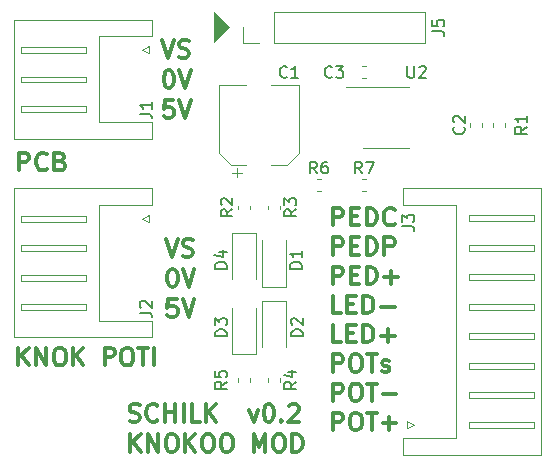
<source format=gbr>
G04 #@! TF.GenerationSoftware,KiCad,Pcbnew,(5.1.5)-3*
G04 #@! TF.CreationDate,2020-11-01T11:24:48+01:00*
G04 #@! TF.ProjectId,KnokooPedalCtrl,4b6e6f6b-6f6f-4506-9564-616c4374726c,v0.2*
G04 #@! TF.SameCoordinates,Original*
G04 #@! TF.FileFunction,Legend,Top*
G04 #@! TF.FilePolarity,Positive*
%FSLAX46Y46*%
G04 Gerber Fmt 4.6, Leading zero omitted, Abs format (unit mm)*
G04 Created by KiCad (PCBNEW (5.1.5)-3) date 2020-11-01 11:24:48*
%MOMM*%
%LPD*%
G04 APERTURE LIST*
%ADD10C,0.100000*%
%ADD11C,0.300000*%
%ADD12C,0.120000*%
%ADD13C,0.150000*%
G04 APERTURE END LIST*
D10*
G36*
X73660000Y-58420000D02*
G01*
X72390000Y-59690000D01*
X72390000Y-57150000D01*
X73660000Y-58420000D01*
G37*
X73660000Y-58420000D02*
X72390000Y-59690000D01*
X72390000Y-57150000D01*
X73660000Y-58420000D01*
D11*
X65250714Y-91724642D02*
X65465000Y-91796071D01*
X65822142Y-91796071D01*
X65965000Y-91724642D01*
X66036428Y-91653214D01*
X66107857Y-91510357D01*
X66107857Y-91367500D01*
X66036428Y-91224642D01*
X65965000Y-91153214D01*
X65822142Y-91081785D01*
X65536428Y-91010357D01*
X65393571Y-90938928D01*
X65322142Y-90867500D01*
X65250714Y-90724642D01*
X65250714Y-90581785D01*
X65322142Y-90438928D01*
X65393571Y-90367500D01*
X65536428Y-90296071D01*
X65893571Y-90296071D01*
X66107857Y-90367500D01*
X67607857Y-91653214D02*
X67536428Y-91724642D01*
X67322142Y-91796071D01*
X67179285Y-91796071D01*
X66965000Y-91724642D01*
X66822142Y-91581785D01*
X66750714Y-91438928D01*
X66679285Y-91153214D01*
X66679285Y-90938928D01*
X66750714Y-90653214D01*
X66822142Y-90510357D01*
X66965000Y-90367500D01*
X67179285Y-90296071D01*
X67322142Y-90296071D01*
X67536428Y-90367500D01*
X67607857Y-90438928D01*
X68250714Y-91796071D02*
X68250714Y-90296071D01*
X68250714Y-91010357D02*
X69107857Y-91010357D01*
X69107857Y-91796071D02*
X69107857Y-90296071D01*
X69822142Y-91796071D02*
X69822142Y-90296071D01*
X71250714Y-91796071D02*
X70536428Y-91796071D01*
X70536428Y-90296071D01*
X71750714Y-91796071D02*
X71750714Y-90296071D01*
X72607857Y-91796071D02*
X71965000Y-90938928D01*
X72607857Y-90296071D02*
X71750714Y-91153214D01*
X75393571Y-90796071D02*
X75750714Y-91796071D01*
X76107857Y-90796071D01*
X76965000Y-90296071D02*
X77107857Y-90296071D01*
X77250714Y-90367500D01*
X77322142Y-90438928D01*
X77393571Y-90581785D01*
X77465000Y-90867500D01*
X77465000Y-91224642D01*
X77393571Y-91510357D01*
X77322142Y-91653214D01*
X77250714Y-91724642D01*
X77107857Y-91796071D01*
X76965000Y-91796071D01*
X76822142Y-91724642D01*
X76750714Y-91653214D01*
X76679285Y-91510357D01*
X76607857Y-91224642D01*
X76607857Y-90867500D01*
X76679285Y-90581785D01*
X76750714Y-90438928D01*
X76822142Y-90367500D01*
X76965000Y-90296071D01*
X78107857Y-91653214D02*
X78179285Y-91724642D01*
X78107857Y-91796071D01*
X78036428Y-91724642D01*
X78107857Y-91653214D01*
X78107857Y-91796071D01*
X78750714Y-90438928D02*
X78822142Y-90367500D01*
X78965000Y-90296071D01*
X79322142Y-90296071D01*
X79465000Y-90367500D01*
X79536428Y-90438928D01*
X79607857Y-90581785D01*
X79607857Y-90724642D01*
X79536428Y-90938928D01*
X78679285Y-91796071D01*
X79607857Y-91796071D01*
X65322142Y-94346071D02*
X65322142Y-92846071D01*
X66179285Y-94346071D02*
X65536428Y-93488928D01*
X66179285Y-92846071D02*
X65322142Y-93703214D01*
X66822142Y-94346071D02*
X66822142Y-92846071D01*
X67679285Y-94346071D01*
X67679285Y-92846071D01*
X68679285Y-92846071D02*
X68965000Y-92846071D01*
X69107857Y-92917500D01*
X69250714Y-93060357D01*
X69322142Y-93346071D01*
X69322142Y-93846071D01*
X69250714Y-94131785D01*
X69107857Y-94274642D01*
X68965000Y-94346071D01*
X68679285Y-94346071D01*
X68536428Y-94274642D01*
X68393571Y-94131785D01*
X68322142Y-93846071D01*
X68322142Y-93346071D01*
X68393571Y-93060357D01*
X68536428Y-92917500D01*
X68679285Y-92846071D01*
X69965000Y-94346071D02*
X69965000Y-92846071D01*
X70822142Y-94346071D02*
X70179285Y-93488928D01*
X70822142Y-92846071D02*
X69965000Y-93703214D01*
X71750714Y-92846071D02*
X72036428Y-92846071D01*
X72179285Y-92917500D01*
X72322142Y-93060357D01*
X72393571Y-93346071D01*
X72393571Y-93846071D01*
X72322142Y-94131785D01*
X72179285Y-94274642D01*
X72036428Y-94346071D01*
X71750714Y-94346071D01*
X71607857Y-94274642D01*
X71465000Y-94131785D01*
X71393571Y-93846071D01*
X71393571Y-93346071D01*
X71465000Y-93060357D01*
X71607857Y-92917500D01*
X71750714Y-92846071D01*
X73322142Y-92846071D02*
X73607857Y-92846071D01*
X73750714Y-92917500D01*
X73893571Y-93060357D01*
X73965000Y-93346071D01*
X73965000Y-93846071D01*
X73893571Y-94131785D01*
X73750714Y-94274642D01*
X73607857Y-94346071D01*
X73322142Y-94346071D01*
X73179285Y-94274642D01*
X73036428Y-94131785D01*
X72965000Y-93846071D01*
X72965000Y-93346071D01*
X73036428Y-93060357D01*
X73179285Y-92917500D01*
X73322142Y-92846071D01*
X75750714Y-94346071D02*
X75750714Y-92846071D01*
X76250714Y-93917500D01*
X76750714Y-92846071D01*
X76750714Y-94346071D01*
X77750714Y-92846071D02*
X78036428Y-92846071D01*
X78179285Y-92917500D01*
X78322142Y-93060357D01*
X78393571Y-93346071D01*
X78393571Y-93846071D01*
X78322142Y-94131785D01*
X78179285Y-94274642D01*
X78036428Y-94346071D01*
X77750714Y-94346071D01*
X77607857Y-94274642D01*
X77465000Y-94131785D01*
X77393571Y-93846071D01*
X77393571Y-93346071D01*
X77465000Y-93060357D01*
X77607857Y-92917500D01*
X77750714Y-92846071D01*
X79036428Y-94346071D02*
X79036428Y-92846071D01*
X79393571Y-92846071D01*
X79607857Y-92917500D01*
X79750714Y-93060357D01*
X79822142Y-93203214D01*
X79893571Y-93488928D01*
X79893571Y-93703214D01*
X79822142Y-93988928D01*
X79750714Y-94131785D01*
X79607857Y-94274642D01*
X79393571Y-94346071D01*
X79036428Y-94346071D01*
X68318214Y-76321071D02*
X68818214Y-77821071D01*
X69318214Y-76321071D01*
X69746785Y-77749642D02*
X69961071Y-77821071D01*
X70318214Y-77821071D01*
X70461071Y-77749642D01*
X70532500Y-77678214D01*
X70603928Y-77535357D01*
X70603928Y-77392500D01*
X70532500Y-77249642D01*
X70461071Y-77178214D01*
X70318214Y-77106785D01*
X70032500Y-77035357D01*
X69889642Y-76963928D01*
X69818214Y-76892500D01*
X69746785Y-76749642D01*
X69746785Y-76606785D01*
X69818214Y-76463928D01*
X69889642Y-76392500D01*
X70032500Y-76321071D01*
X70389642Y-76321071D01*
X70603928Y-76392500D01*
X68818214Y-78871071D02*
X68961071Y-78871071D01*
X69103928Y-78942500D01*
X69175357Y-79013928D01*
X69246785Y-79156785D01*
X69318214Y-79442500D01*
X69318214Y-79799642D01*
X69246785Y-80085357D01*
X69175357Y-80228214D01*
X69103928Y-80299642D01*
X68961071Y-80371071D01*
X68818214Y-80371071D01*
X68675357Y-80299642D01*
X68603928Y-80228214D01*
X68532500Y-80085357D01*
X68461071Y-79799642D01*
X68461071Y-79442500D01*
X68532500Y-79156785D01*
X68603928Y-79013928D01*
X68675357Y-78942500D01*
X68818214Y-78871071D01*
X69746785Y-78871071D02*
X70246785Y-80371071D01*
X70746785Y-78871071D01*
X69246785Y-81421071D02*
X68532500Y-81421071D01*
X68461071Y-82135357D01*
X68532500Y-82063928D01*
X68675357Y-81992500D01*
X69032500Y-81992500D01*
X69175357Y-82063928D01*
X69246785Y-82135357D01*
X69318214Y-82278214D01*
X69318214Y-82635357D01*
X69246785Y-82778214D01*
X69175357Y-82849642D01*
X69032500Y-82921071D01*
X68675357Y-82921071D01*
X68532500Y-82849642D01*
X68461071Y-82778214D01*
X69746785Y-81421071D02*
X70246785Y-82921071D01*
X70746785Y-81421071D01*
X55845000Y-87038571D02*
X55845000Y-85538571D01*
X56702142Y-87038571D02*
X56059285Y-86181428D01*
X56702142Y-85538571D02*
X55845000Y-86395714D01*
X57345000Y-87038571D02*
X57345000Y-85538571D01*
X58202142Y-87038571D01*
X58202142Y-85538571D01*
X59202142Y-85538571D02*
X59487857Y-85538571D01*
X59630714Y-85610000D01*
X59773571Y-85752857D01*
X59845000Y-86038571D01*
X59845000Y-86538571D01*
X59773571Y-86824285D01*
X59630714Y-86967142D01*
X59487857Y-87038571D01*
X59202142Y-87038571D01*
X59059285Y-86967142D01*
X58916428Y-86824285D01*
X58845000Y-86538571D01*
X58845000Y-86038571D01*
X58916428Y-85752857D01*
X59059285Y-85610000D01*
X59202142Y-85538571D01*
X60487857Y-87038571D02*
X60487857Y-85538571D01*
X61345000Y-87038571D02*
X60702142Y-86181428D01*
X61345000Y-85538571D02*
X60487857Y-86395714D01*
X63130714Y-87038571D02*
X63130714Y-85538571D01*
X63702142Y-85538571D01*
X63845000Y-85610000D01*
X63916428Y-85681428D01*
X63987857Y-85824285D01*
X63987857Y-86038571D01*
X63916428Y-86181428D01*
X63845000Y-86252857D01*
X63702142Y-86324285D01*
X63130714Y-86324285D01*
X64916428Y-85538571D02*
X65202142Y-85538571D01*
X65345000Y-85610000D01*
X65487857Y-85752857D01*
X65559285Y-86038571D01*
X65559285Y-86538571D01*
X65487857Y-86824285D01*
X65345000Y-86967142D01*
X65202142Y-87038571D01*
X64916428Y-87038571D01*
X64773571Y-86967142D01*
X64630714Y-86824285D01*
X64559285Y-86538571D01*
X64559285Y-86038571D01*
X64630714Y-85752857D01*
X64773571Y-85610000D01*
X64916428Y-85538571D01*
X65987857Y-85538571D02*
X66845000Y-85538571D01*
X66416428Y-87038571D02*
X66416428Y-85538571D01*
X67345000Y-87038571D02*
X67345000Y-85538571D01*
X55892142Y-70528571D02*
X55892142Y-69028571D01*
X56463571Y-69028571D01*
X56606428Y-69100000D01*
X56677857Y-69171428D01*
X56749285Y-69314285D01*
X56749285Y-69528571D01*
X56677857Y-69671428D01*
X56606428Y-69742857D01*
X56463571Y-69814285D01*
X55892142Y-69814285D01*
X58249285Y-70385714D02*
X58177857Y-70457142D01*
X57963571Y-70528571D01*
X57820714Y-70528571D01*
X57606428Y-70457142D01*
X57463571Y-70314285D01*
X57392142Y-70171428D01*
X57320714Y-69885714D01*
X57320714Y-69671428D01*
X57392142Y-69385714D01*
X57463571Y-69242857D01*
X57606428Y-69100000D01*
X57820714Y-69028571D01*
X57963571Y-69028571D01*
X58177857Y-69100000D01*
X58249285Y-69171428D01*
X59392142Y-69742857D02*
X59606428Y-69814285D01*
X59677857Y-69885714D01*
X59749285Y-70028571D01*
X59749285Y-70242857D01*
X59677857Y-70385714D01*
X59606428Y-70457142D01*
X59463571Y-70528571D01*
X58892142Y-70528571D01*
X58892142Y-69028571D01*
X59392142Y-69028571D01*
X59535000Y-69100000D01*
X59606428Y-69171428D01*
X59677857Y-69314285D01*
X59677857Y-69457142D01*
X59606428Y-69600000D01*
X59535000Y-69671428D01*
X59392142Y-69742857D01*
X58892142Y-69742857D01*
X68000714Y-59488571D02*
X68500714Y-60988571D01*
X69000714Y-59488571D01*
X69429285Y-60917142D02*
X69643571Y-60988571D01*
X70000714Y-60988571D01*
X70143571Y-60917142D01*
X70215000Y-60845714D01*
X70286428Y-60702857D01*
X70286428Y-60560000D01*
X70215000Y-60417142D01*
X70143571Y-60345714D01*
X70000714Y-60274285D01*
X69715000Y-60202857D01*
X69572142Y-60131428D01*
X69500714Y-60060000D01*
X69429285Y-59917142D01*
X69429285Y-59774285D01*
X69500714Y-59631428D01*
X69572142Y-59560000D01*
X69715000Y-59488571D01*
X70072142Y-59488571D01*
X70286428Y-59560000D01*
X68500714Y-62038571D02*
X68643571Y-62038571D01*
X68786428Y-62110000D01*
X68857857Y-62181428D01*
X68929285Y-62324285D01*
X69000714Y-62610000D01*
X69000714Y-62967142D01*
X68929285Y-63252857D01*
X68857857Y-63395714D01*
X68786428Y-63467142D01*
X68643571Y-63538571D01*
X68500714Y-63538571D01*
X68357857Y-63467142D01*
X68286428Y-63395714D01*
X68215000Y-63252857D01*
X68143571Y-62967142D01*
X68143571Y-62610000D01*
X68215000Y-62324285D01*
X68286428Y-62181428D01*
X68357857Y-62110000D01*
X68500714Y-62038571D01*
X69429285Y-62038571D02*
X69929285Y-63538571D01*
X70429285Y-62038571D01*
X68929285Y-64588571D02*
X68215000Y-64588571D01*
X68143571Y-65302857D01*
X68215000Y-65231428D01*
X68357857Y-65160000D01*
X68715000Y-65160000D01*
X68857857Y-65231428D01*
X68929285Y-65302857D01*
X69000714Y-65445714D01*
X69000714Y-65802857D01*
X68929285Y-65945714D01*
X68857857Y-66017142D01*
X68715000Y-66088571D01*
X68357857Y-66088571D01*
X68215000Y-66017142D01*
X68143571Y-65945714D01*
X69429285Y-64588571D02*
X69929285Y-66088571D01*
X70429285Y-64588571D01*
X82467142Y-75178452D02*
X82467142Y-73728452D01*
X83038571Y-73728452D01*
X83181428Y-73797500D01*
X83252857Y-73866547D01*
X83324285Y-74004642D01*
X83324285Y-74211785D01*
X83252857Y-74349880D01*
X83181428Y-74418928D01*
X83038571Y-74487976D01*
X82467142Y-74487976D01*
X83967142Y-74418928D02*
X84467142Y-74418928D01*
X84681428Y-75178452D02*
X83967142Y-75178452D01*
X83967142Y-73728452D01*
X84681428Y-73728452D01*
X85324285Y-75178452D02*
X85324285Y-73728452D01*
X85681428Y-73728452D01*
X85895714Y-73797500D01*
X86038571Y-73935595D01*
X86110000Y-74073690D01*
X86181428Y-74349880D01*
X86181428Y-74557023D01*
X86110000Y-74833214D01*
X86038571Y-74971309D01*
X85895714Y-75109404D01*
X85681428Y-75178452D01*
X85324285Y-75178452D01*
X87681428Y-75040357D02*
X87610000Y-75109404D01*
X87395714Y-75178452D01*
X87252857Y-75178452D01*
X87038571Y-75109404D01*
X86895714Y-74971309D01*
X86824285Y-74833214D01*
X86752857Y-74557023D01*
X86752857Y-74349880D01*
X86824285Y-74073690D01*
X86895714Y-73935595D01*
X87038571Y-73797500D01*
X87252857Y-73728452D01*
X87395714Y-73728452D01*
X87610000Y-73797500D01*
X87681428Y-73866547D01*
X82467142Y-77653452D02*
X82467142Y-76203452D01*
X83038571Y-76203452D01*
X83181428Y-76272500D01*
X83252857Y-76341547D01*
X83324285Y-76479642D01*
X83324285Y-76686785D01*
X83252857Y-76824880D01*
X83181428Y-76893928D01*
X83038571Y-76962976D01*
X82467142Y-76962976D01*
X83967142Y-76893928D02*
X84467142Y-76893928D01*
X84681428Y-77653452D02*
X83967142Y-77653452D01*
X83967142Y-76203452D01*
X84681428Y-76203452D01*
X85324285Y-77653452D02*
X85324285Y-76203452D01*
X85681428Y-76203452D01*
X85895714Y-76272500D01*
X86038571Y-76410595D01*
X86110000Y-76548690D01*
X86181428Y-76824880D01*
X86181428Y-77032023D01*
X86110000Y-77308214D01*
X86038571Y-77446309D01*
X85895714Y-77584404D01*
X85681428Y-77653452D01*
X85324285Y-77653452D01*
X86824285Y-77653452D02*
X86824285Y-76203452D01*
X87395714Y-76203452D01*
X87538571Y-76272500D01*
X87610000Y-76341547D01*
X87681428Y-76479642D01*
X87681428Y-76686785D01*
X87610000Y-76824880D01*
X87538571Y-76893928D01*
X87395714Y-76962976D01*
X86824285Y-76962976D01*
X82467142Y-80128452D02*
X82467142Y-78678452D01*
X83038571Y-78678452D01*
X83181428Y-78747500D01*
X83252857Y-78816547D01*
X83324285Y-78954642D01*
X83324285Y-79161785D01*
X83252857Y-79299880D01*
X83181428Y-79368928D01*
X83038571Y-79437976D01*
X82467142Y-79437976D01*
X83967142Y-79368928D02*
X84467142Y-79368928D01*
X84681428Y-80128452D02*
X83967142Y-80128452D01*
X83967142Y-78678452D01*
X84681428Y-78678452D01*
X85324285Y-80128452D02*
X85324285Y-78678452D01*
X85681428Y-78678452D01*
X85895714Y-78747500D01*
X86038571Y-78885595D01*
X86110000Y-79023690D01*
X86181428Y-79299880D01*
X86181428Y-79507023D01*
X86110000Y-79783214D01*
X86038571Y-79921309D01*
X85895714Y-80059404D01*
X85681428Y-80128452D01*
X85324285Y-80128452D01*
X86824285Y-79576071D02*
X87967142Y-79576071D01*
X87395714Y-80128452D02*
X87395714Y-79023690D01*
X83181428Y-82603452D02*
X82467142Y-82603452D01*
X82467142Y-81153452D01*
X83681428Y-81843928D02*
X84181428Y-81843928D01*
X84395714Y-82603452D02*
X83681428Y-82603452D01*
X83681428Y-81153452D01*
X84395714Y-81153452D01*
X85038571Y-82603452D02*
X85038571Y-81153452D01*
X85395714Y-81153452D01*
X85610000Y-81222500D01*
X85752857Y-81360595D01*
X85824285Y-81498690D01*
X85895714Y-81774880D01*
X85895714Y-81982023D01*
X85824285Y-82258214D01*
X85752857Y-82396309D01*
X85610000Y-82534404D01*
X85395714Y-82603452D01*
X85038571Y-82603452D01*
X86538571Y-82051071D02*
X87681428Y-82051071D01*
X83181428Y-85078452D02*
X82467142Y-85078452D01*
X82467142Y-83628452D01*
X83681428Y-84318928D02*
X84181428Y-84318928D01*
X84395714Y-85078452D02*
X83681428Y-85078452D01*
X83681428Y-83628452D01*
X84395714Y-83628452D01*
X85038571Y-85078452D02*
X85038571Y-83628452D01*
X85395714Y-83628452D01*
X85610000Y-83697500D01*
X85752857Y-83835595D01*
X85824285Y-83973690D01*
X85895714Y-84249880D01*
X85895714Y-84457023D01*
X85824285Y-84733214D01*
X85752857Y-84871309D01*
X85610000Y-85009404D01*
X85395714Y-85078452D01*
X85038571Y-85078452D01*
X86538571Y-84526071D02*
X87681428Y-84526071D01*
X87110000Y-85078452D02*
X87110000Y-83973690D01*
X82467142Y-87553452D02*
X82467142Y-86103452D01*
X83038571Y-86103452D01*
X83181428Y-86172500D01*
X83252857Y-86241547D01*
X83324285Y-86379642D01*
X83324285Y-86586785D01*
X83252857Y-86724880D01*
X83181428Y-86793928D01*
X83038571Y-86862976D01*
X82467142Y-86862976D01*
X84252857Y-86103452D02*
X84538571Y-86103452D01*
X84681428Y-86172500D01*
X84824285Y-86310595D01*
X84895714Y-86586785D01*
X84895714Y-87070119D01*
X84824285Y-87346309D01*
X84681428Y-87484404D01*
X84538571Y-87553452D01*
X84252857Y-87553452D01*
X84110000Y-87484404D01*
X83967142Y-87346309D01*
X83895714Y-87070119D01*
X83895714Y-86586785D01*
X83967142Y-86310595D01*
X84110000Y-86172500D01*
X84252857Y-86103452D01*
X85324285Y-86103452D02*
X86181428Y-86103452D01*
X85752857Y-87553452D02*
X85752857Y-86103452D01*
X86610000Y-87484404D02*
X86752857Y-87553452D01*
X87038571Y-87553452D01*
X87181428Y-87484404D01*
X87252857Y-87346309D01*
X87252857Y-87277261D01*
X87181428Y-87139166D01*
X87038571Y-87070119D01*
X86824285Y-87070119D01*
X86681428Y-87001071D01*
X86610000Y-86862976D01*
X86610000Y-86793928D01*
X86681428Y-86655833D01*
X86824285Y-86586785D01*
X87038571Y-86586785D01*
X87181428Y-86655833D01*
X82467142Y-90028452D02*
X82467142Y-88578452D01*
X83038571Y-88578452D01*
X83181428Y-88647500D01*
X83252857Y-88716547D01*
X83324285Y-88854642D01*
X83324285Y-89061785D01*
X83252857Y-89199880D01*
X83181428Y-89268928D01*
X83038571Y-89337976D01*
X82467142Y-89337976D01*
X84252857Y-88578452D02*
X84538571Y-88578452D01*
X84681428Y-88647500D01*
X84824285Y-88785595D01*
X84895714Y-89061785D01*
X84895714Y-89545119D01*
X84824285Y-89821309D01*
X84681428Y-89959404D01*
X84538571Y-90028452D01*
X84252857Y-90028452D01*
X84110000Y-89959404D01*
X83967142Y-89821309D01*
X83895714Y-89545119D01*
X83895714Y-89061785D01*
X83967142Y-88785595D01*
X84110000Y-88647500D01*
X84252857Y-88578452D01*
X85324285Y-88578452D02*
X86181428Y-88578452D01*
X85752857Y-90028452D02*
X85752857Y-88578452D01*
X86681428Y-89476071D02*
X87824285Y-89476071D01*
X82467142Y-92503452D02*
X82467142Y-91053452D01*
X83038571Y-91053452D01*
X83181428Y-91122500D01*
X83252857Y-91191547D01*
X83324285Y-91329642D01*
X83324285Y-91536785D01*
X83252857Y-91674880D01*
X83181428Y-91743928D01*
X83038571Y-91812976D01*
X82467142Y-91812976D01*
X84252857Y-91053452D02*
X84538571Y-91053452D01*
X84681428Y-91122500D01*
X84824285Y-91260595D01*
X84895714Y-91536785D01*
X84895714Y-92020119D01*
X84824285Y-92296309D01*
X84681428Y-92434404D01*
X84538571Y-92503452D01*
X84252857Y-92503452D01*
X84110000Y-92434404D01*
X83967142Y-92296309D01*
X83895714Y-92020119D01*
X83895714Y-91536785D01*
X83967142Y-91260595D01*
X84110000Y-91122500D01*
X84252857Y-91053452D01*
X85324285Y-91053452D02*
X86181428Y-91053452D01*
X85752857Y-92503452D02*
X85752857Y-91053452D01*
X86681428Y-91951071D02*
X87824285Y-91951071D01*
X87252857Y-92503452D02*
X87252857Y-91398690D01*
D12*
X84927221Y-72265000D02*
X85252779Y-72265000D01*
X84927221Y-71245000D02*
X85252779Y-71245000D01*
X81117221Y-72265000D02*
X81442779Y-72265000D01*
X81117221Y-71245000D02*
X81442779Y-71245000D01*
X66870000Y-74912500D02*
X66270000Y-74612500D01*
X66870000Y-74312500D02*
X66870000Y-74912500D01*
X66270000Y-74612500D02*
X66870000Y-74312500D01*
X61570000Y-82362500D02*
X61570000Y-81862500D01*
X56070000Y-82362500D02*
X61570000Y-82362500D01*
X56070000Y-81862500D02*
X56070000Y-82362500D01*
X61570000Y-81862500D02*
X56070000Y-81862500D01*
X61570000Y-79862500D02*
X61570000Y-79362500D01*
X56070000Y-79862500D02*
X61570000Y-79862500D01*
X56070000Y-79362500D02*
X56070000Y-79862500D01*
X61570000Y-79362500D02*
X56070000Y-79362500D01*
X61570000Y-77362500D02*
X61570000Y-76862500D01*
X56070000Y-77362500D02*
X61570000Y-77362500D01*
X56070000Y-76862500D02*
X56070000Y-77362500D01*
X61570000Y-76862500D02*
X56070000Y-76862500D01*
X61570000Y-74862500D02*
X61570000Y-74362500D01*
X56070000Y-74862500D02*
X61570000Y-74862500D01*
X56070000Y-74362500D02*
X56070000Y-74862500D01*
X61570000Y-74362500D02*
X56070000Y-74362500D01*
X62680000Y-83252500D02*
X62680000Y-78362500D01*
X67180000Y-83252500D02*
X62680000Y-83252500D01*
X67180000Y-84672500D02*
X67180000Y-83252500D01*
X55460000Y-84672500D02*
X67180000Y-84672500D01*
X55460000Y-78362500D02*
X55460000Y-84672500D01*
X62680000Y-73472500D02*
X62680000Y-78362500D01*
X67180000Y-73472500D02*
X62680000Y-73472500D01*
X67180000Y-72052500D02*
X67180000Y-73472500D01*
X55460000Y-72052500D02*
X67180000Y-72052500D01*
X55460000Y-78362500D02*
X55460000Y-72052500D01*
X86995000Y-63480000D02*
X83545000Y-63480000D01*
X86995000Y-63480000D02*
X88945000Y-63480000D01*
X86995000Y-68600000D02*
X85045000Y-68600000D01*
X86995000Y-68600000D02*
X88945000Y-68600000D01*
X75440000Y-88427779D02*
X75440000Y-88102221D01*
X74420000Y-88427779D02*
X74420000Y-88102221D01*
X76960000Y-88102221D02*
X76960000Y-88427779D01*
X77980000Y-88102221D02*
X77980000Y-88427779D01*
X76960000Y-73497221D02*
X76960000Y-73822779D01*
X77980000Y-73497221D02*
X77980000Y-73822779D01*
X75440000Y-73822779D02*
X75440000Y-73497221D01*
X74420000Y-73822779D02*
X74420000Y-73497221D01*
X97030000Y-66837779D02*
X97030000Y-66512221D01*
X96010000Y-66837779D02*
X96010000Y-66512221D01*
X74870000Y-59750000D02*
X74870000Y-58420000D01*
X76200000Y-59750000D02*
X74870000Y-59750000D01*
X77470000Y-59750000D02*
X77470000Y-57090000D01*
X77470000Y-57090000D02*
X90230000Y-57090000D01*
X77470000Y-59750000D02*
X90230000Y-59750000D01*
X90230000Y-59750000D02*
X90230000Y-57090000D01*
X88705000Y-91775000D02*
X89305000Y-92075000D01*
X88705000Y-92375000D02*
X88705000Y-91775000D01*
X89305000Y-92075000D02*
X88705000Y-92375000D01*
X94005000Y-74325000D02*
X94005000Y-74825000D01*
X99505000Y-74325000D02*
X94005000Y-74325000D01*
X99505000Y-74825000D02*
X99505000Y-74325000D01*
X94005000Y-74825000D02*
X99505000Y-74825000D01*
X94005000Y-76825000D02*
X94005000Y-77325000D01*
X99505000Y-76825000D02*
X94005000Y-76825000D01*
X99505000Y-77325000D02*
X99505000Y-76825000D01*
X94005000Y-77325000D02*
X99505000Y-77325000D01*
X94005000Y-79325000D02*
X94005000Y-79825000D01*
X99505000Y-79325000D02*
X94005000Y-79325000D01*
X99505000Y-79825000D02*
X99505000Y-79325000D01*
X94005000Y-79825000D02*
X99505000Y-79825000D01*
X94005000Y-81825000D02*
X94005000Y-82325000D01*
X99505000Y-81825000D02*
X94005000Y-81825000D01*
X99505000Y-82325000D02*
X99505000Y-81825000D01*
X94005000Y-82325000D02*
X99505000Y-82325000D01*
X94005000Y-84325000D02*
X94005000Y-84825000D01*
X99505000Y-84325000D02*
X94005000Y-84325000D01*
X99505000Y-84825000D02*
X99505000Y-84325000D01*
X94005000Y-84825000D02*
X99505000Y-84825000D01*
X94005000Y-86825000D02*
X94005000Y-87325000D01*
X99505000Y-86825000D02*
X94005000Y-86825000D01*
X99505000Y-87325000D02*
X99505000Y-86825000D01*
X94005000Y-87325000D02*
X99505000Y-87325000D01*
X94005000Y-89325000D02*
X94005000Y-89825000D01*
X99505000Y-89325000D02*
X94005000Y-89325000D01*
X99505000Y-89825000D02*
X99505000Y-89325000D01*
X94005000Y-89825000D02*
X99505000Y-89825000D01*
X94005000Y-91825000D02*
X94005000Y-92325000D01*
X99505000Y-91825000D02*
X94005000Y-91825000D01*
X99505000Y-92325000D02*
X99505000Y-91825000D01*
X94005000Y-92325000D02*
X99505000Y-92325000D01*
X92895000Y-73435000D02*
X92895000Y-83325000D01*
X88395000Y-73435000D02*
X92895000Y-73435000D01*
X88395000Y-72015000D02*
X88395000Y-73435000D01*
X100115000Y-72015000D02*
X88395000Y-72015000D01*
X100115000Y-83325000D02*
X100115000Y-72015000D01*
X92895000Y-93215000D02*
X92895000Y-83325000D01*
X88395000Y-93215000D02*
X92895000Y-93215000D01*
X88395000Y-94635000D02*
X88395000Y-93215000D01*
X100115000Y-94635000D02*
X88395000Y-94635000D01*
X100115000Y-83325000D02*
X100115000Y-94635000D01*
X66870000Y-60625000D02*
X66270000Y-60325000D01*
X66870000Y-60025000D02*
X66870000Y-60625000D01*
X66270000Y-60325000D02*
X66870000Y-60025000D01*
X61570000Y-65575000D02*
X61570000Y-65075000D01*
X56070000Y-65575000D02*
X61570000Y-65575000D01*
X56070000Y-65075000D02*
X56070000Y-65575000D01*
X61570000Y-65075000D02*
X56070000Y-65075000D01*
X61570000Y-63075000D02*
X61570000Y-62575000D01*
X56070000Y-63075000D02*
X61570000Y-63075000D01*
X56070000Y-62575000D02*
X56070000Y-63075000D01*
X61570000Y-62575000D02*
X56070000Y-62575000D01*
X61570000Y-60575000D02*
X61570000Y-60075000D01*
X56070000Y-60575000D02*
X61570000Y-60575000D01*
X56070000Y-60075000D02*
X56070000Y-60575000D01*
X61570000Y-60075000D02*
X56070000Y-60075000D01*
X62680000Y-66465000D02*
X62680000Y-62825000D01*
X67180000Y-66465000D02*
X62680000Y-66465000D01*
X67180000Y-67885000D02*
X67180000Y-66465000D01*
X55460000Y-67885000D02*
X67180000Y-67885000D01*
X55460000Y-62825000D02*
X55460000Y-67885000D01*
X62680000Y-59185000D02*
X62680000Y-62825000D01*
X67180000Y-59185000D02*
X62680000Y-59185000D01*
X67180000Y-57765000D02*
X67180000Y-59185000D01*
X55460000Y-57765000D02*
X67180000Y-57765000D01*
X55460000Y-62825000D02*
X55460000Y-57765000D01*
X75930000Y-75855000D02*
X75930000Y-79755000D01*
X73930000Y-75855000D02*
X73930000Y-79755000D01*
X75930000Y-75855000D02*
X73930000Y-75855000D01*
X73930000Y-86070000D02*
X73930000Y-82170000D01*
X75930000Y-86070000D02*
X75930000Y-82170000D01*
X73930000Y-86070000D02*
X75930000Y-86070000D01*
X78470000Y-81570000D02*
X78470000Y-85470000D01*
X76470000Y-81570000D02*
X76470000Y-85470000D01*
X78470000Y-81570000D02*
X76470000Y-81570000D01*
X76470000Y-80355000D02*
X76470000Y-76455000D01*
X78470000Y-80355000D02*
X78470000Y-76455000D01*
X76470000Y-80355000D02*
X78470000Y-80355000D01*
X84927221Y-62740000D02*
X85252779Y-62740000D01*
X84927221Y-61720000D02*
X85252779Y-61720000D01*
X95125000Y-66837779D02*
X95125000Y-66512221D01*
X94105000Y-66837779D02*
X94105000Y-66512221D01*
X73958750Y-70718750D02*
X74746250Y-70718750D01*
X74352500Y-71112500D02*
X74352500Y-70325000D01*
X78545563Y-70085000D02*
X79610000Y-69020563D01*
X73854437Y-70085000D02*
X72790000Y-69020563D01*
X73854437Y-70085000D02*
X75140000Y-70085000D01*
X78545563Y-70085000D02*
X77260000Y-70085000D01*
X79610000Y-69020563D02*
X79610000Y-63265000D01*
X72790000Y-69020563D02*
X72790000Y-63265000D01*
X72790000Y-63265000D02*
X75140000Y-63265000D01*
X79610000Y-63265000D02*
X77260000Y-63265000D01*
D13*
X84923333Y-70777380D02*
X84590000Y-70301190D01*
X84351904Y-70777380D02*
X84351904Y-69777380D01*
X84732857Y-69777380D01*
X84828095Y-69825000D01*
X84875714Y-69872619D01*
X84923333Y-69967857D01*
X84923333Y-70110714D01*
X84875714Y-70205952D01*
X84828095Y-70253571D01*
X84732857Y-70301190D01*
X84351904Y-70301190D01*
X85256666Y-69777380D02*
X85923333Y-69777380D01*
X85494761Y-70777380D01*
X81113333Y-70777380D02*
X80780000Y-70301190D01*
X80541904Y-70777380D02*
X80541904Y-69777380D01*
X80922857Y-69777380D01*
X81018095Y-69825000D01*
X81065714Y-69872619D01*
X81113333Y-69967857D01*
X81113333Y-70110714D01*
X81065714Y-70205952D01*
X81018095Y-70253571D01*
X80922857Y-70301190D01*
X80541904Y-70301190D01*
X81970476Y-69777380D02*
X81780000Y-69777380D01*
X81684761Y-69825000D01*
X81637142Y-69872619D01*
X81541904Y-70015476D01*
X81494285Y-70205952D01*
X81494285Y-70586904D01*
X81541904Y-70682142D01*
X81589523Y-70729761D01*
X81684761Y-70777380D01*
X81875238Y-70777380D01*
X81970476Y-70729761D01*
X82018095Y-70682142D01*
X82065714Y-70586904D01*
X82065714Y-70348809D01*
X82018095Y-70253571D01*
X81970476Y-70205952D01*
X81875238Y-70158333D01*
X81684761Y-70158333D01*
X81589523Y-70205952D01*
X81541904Y-70253571D01*
X81494285Y-70348809D01*
X66127380Y-82565833D02*
X66841666Y-82565833D01*
X66984523Y-82613452D01*
X67079761Y-82708690D01*
X67127380Y-82851547D01*
X67127380Y-82946785D01*
X66222619Y-82137261D02*
X66175000Y-82089642D01*
X66127380Y-81994404D01*
X66127380Y-81756309D01*
X66175000Y-81661071D01*
X66222619Y-81613452D01*
X66317857Y-81565833D01*
X66413095Y-81565833D01*
X66555952Y-81613452D01*
X67127380Y-82184880D01*
X67127380Y-81565833D01*
X88773095Y-61682380D02*
X88773095Y-62491904D01*
X88820714Y-62587142D01*
X88868333Y-62634761D01*
X88963571Y-62682380D01*
X89154047Y-62682380D01*
X89249285Y-62634761D01*
X89296904Y-62587142D01*
X89344523Y-62491904D01*
X89344523Y-61682380D01*
X89773095Y-61777619D02*
X89820714Y-61730000D01*
X89915952Y-61682380D01*
X90154047Y-61682380D01*
X90249285Y-61730000D01*
X90296904Y-61777619D01*
X90344523Y-61872857D01*
X90344523Y-61968095D01*
X90296904Y-62110952D01*
X89725476Y-62682380D01*
X90344523Y-62682380D01*
X73477380Y-88431666D02*
X73001190Y-88765000D01*
X73477380Y-89003095D02*
X72477380Y-89003095D01*
X72477380Y-88622142D01*
X72525000Y-88526904D01*
X72572619Y-88479285D01*
X72667857Y-88431666D01*
X72810714Y-88431666D01*
X72905952Y-88479285D01*
X72953571Y-88526904D01*
X73001190Y-88622142D01*
X73001190Y-89003095D01*
X72477380Y-87526904D02*
X72477380Y-88003095D01*
X72953571Y-88050714D01*
X72905952Y-88003095D01*
X72858333Y-87907857D01*
X72858333Y-87669761D01*
X72905952Y-87574523D01*
X72953571Y-87526904D01*
X73048809Y-87479285D01*
X73286904Y-87479285D01*
X73382142Y-87526904D01*
X73429761Y-87574523D01*
X73477380Y-87669761D01*
X73477380Y-87907857D01*
X73429761Y-88003095D01*
X73382142Y-88050714D01*
X79352380Y-88431666D02*
X78876190Y-88765000D01*
X79352380Y-89003095D02*
X78352380Y-89003095D01*
X78352380Y-88622142D01*
X78400000Y-88526904D01*
X78447619Y-88479285D01*
X78542857Y-88431666D01*
X78685714Y-88431666D01*
X78780952Y-88479285D01*
X78828571Y-88526904D01*
X78876190Y-88622142D01*
X78876190Y-89003095D01*
X78685714Y-87574523D02*
X79352380Y-87574523D01*
X78304761Y-87812619D02*
X79019047Y-88050714D01*
X79019047Y-87431666D01*
X79352380Y-73826666D02*
X78876190Y-74160000D01*
X79352380Y-74398095D02*
X78352380Y-74398095D01*
X78352380Y-74017142D01*
X78400000Y-73921904D01*
X78447619Y-73874285D01*
X78542857Y-73826666D01*
X78685714Y-73826666D01*
X78780952Y-73874285D01*
X78828571Y-73921904D01*
X78876190Y-74017142D01*
X78876190Y-74398095D01*
X78352380Y-73493333D02*
X78352380Y-72874285D01*
X78733333Y-73207619D01*
X78733333Y-73064761D01*
X78780952Y-72969523D01*
X78828571Y-72921904D01*
X78923809Y-72874285D01*
X79161904Y-72874285D01*
X79257142Y-72921904D01*
X79304761Y-72969523D01*
X79352380Y-73064761D01*
X79352380Y-73350476D01*
X79304761Y-73445714D01*
X79257142Y-73493333D01*
X73952380Y-73826666D02*
X73476190Y-74160000D01*
X73952380Y-74398095D02*
X72952380Y-74398095D01*
X72952380Y-74017142D01*
X73000000Y-73921904D01*
X73047619Y-73874285D01*
X73142857Y-73826666D01*
X73285714Y-73826666D01*
X73380952Y-73874285D01*
X73428571Y-73921904D01*
X73476190Y-74017142D01*
X73476190Y-74398095D01*
X73047619Y-73445714D02*
X73000000Y-73398095D01*
X72952380Y-73302857D01*
X72952380Y-73064761D01*
X73000000Y-72969523D01*
X73047619Y-72921904D01*
X73142857Y-72874285D01*
X73238095Y-72874285D01*
X73380952Y-72921904D01*
X73952380Y-73493333D01*
X73952380Y-72874285D01*
X98877380Y-66841666D02*
X98401190Y-67175000D01*
X98877380Y-67413095D02*
X97877380Y-67413095D01*
X97877380Y-67032142D01*
X97925000Y-66936904D01*
X97972619Y-66889285D01*
X98067857Y-66841666D01*
X98210714Y-66841666D01*
X98305952Y-66889285D01*
X98353571Y-66936904D01*
X98401190Y-67032142D01*
X98401190Y-67413095D01*
X98877380Y-65889285D02*
X98877380Y-66460714D01*
X98877380Y-66175000D02*
X97877380Y-66175000D01*
X98020238Y-66270238D01*
X98115476Y-66365476D01*
X98163095Y-66460714D01*
X90892380Y-58753333D02*
X91606666Y-58753333D01*
X91749523Y-58800952D01*
X91844761Y-58896190D01*
X91892380Y-59039047D01*
X91892380Y-59134285D01*
X90892380Y-57800952D02*
X90892380Y-58277142D01*
X91368571Y-58324761D01*
X91320952Y-58277142D01*
X91273333Y-58181904D01*
X91273333Y-57943809D01*
X91320952Y-57848571D01*
X91368571Y-57800952D01*
X91463809Y-57753333D01*
X91701904Y-57753333D01*
X91797142Y-57800952D01*
X91844761Y-57848571D01*
X91892380Y-57943809D01*
X91892380Y-58181904D01*
X91844761Y-58277142D01*
X91797142Y-58324761D01*
X88352380Y-75263333D02*
X89066666Y-75263333D01*
X89209523Y-75310952D01*
X89304761Y-75406190D01*
X89352380Y-75549047D01*
X89352380Y-75644285D01*
X88352380Y-74882380D02*
X88352380Y-74263333D01*
X88733333Y-74596666D01*
X88733333Y-74453809D01*
X88780952Y-74358571D01*
X88828571Y-74310952D01*
X88923809Y-74263333D01*
X89161904Y-74263333D01*
X89257142Y-74310952D01*
X89304761Y-74358571D01*
X89352380Y-74453809D01*
X89352380Y-74739523D01*
X89304761Y-74834761D01*
X89257142Y-74882380D01*
X66127380Y-65738333D02*
X66841666Y-65738333D01*
X66984523Y-65785952D01*
X67079761Y-65881190D01*
X67127380Y-66024047D01*
X67127380Y-66119285D01*
X67127380Y-64738333D02*
X67127380Y-65309761D01*
X67127380Y-65024047D02*
X66127380Y-65024047D01*
X66270238Y-65119285D01*
X66365476Y-65214523D01*
X66413095Y-65309761D01*
X73477380Y-78843095D02*
X72477380Y-78843095D01*
X72477380Y-78605000D01*
X72525000Y-78462142D01*
X72620238Y-78366904D01*
X72715476Y-78319285D01*
X72905952Y-78271666D01*
X73048809Y-78271666D01*
X73239285Y-78319285D01*
X73334523Y-78366904D01*
X73429761Y-78462142D01*
X73477380Y-78605000D01*
X73477380Y-78843095D01*
X72810714Y-77414523D02*
X73477380Y-77414523D01*
X72429761Y-77652619D02*
X73144047Y-77890714D01*
X73144047Y-77271666D01*
X73477380Y-84558095D02*
X72477380Y-84558095D01*
X72477380Y-84320000D01*
X72525000Y-84177142D01*
X72620238Y-84081904D01*
X72715476Y-84034285D01*
X72905952Y-83986666D01*
X73048809Y-83986666D01*
X73239285Y-84034285D01*
X73334523Y-84081904D01*
X73429761Y-84177142D01*
X73477380Y-84320000D01*
X73477380Y-84558095D01*
X72477380Y-83653333D02*
X72477380Y-83034285D01*
X72858333Y-83367619D01*
X72858333Y-83224761D01*
X72905952Y-83129523D01*
X72953571Y-83081904D01*
X73048809Y-83034285D01*
X73286904Y-83034285D01*
X73382142Y-83081904D01*
X73429761Y-83129523D01*
X73477380Y-83224761D01*
X73477380Y-83510476D01*
X73429761Y-83605714D01*
X73382142Y-83653333D01*
X79922380Y-84558095D02*
X78922380Y-84558095D01*
X78922380Y-84320000D01*
X78970000Y-84177142D01*
X79065238Y-84081904D01*
X79160476Y-84034285D01*
X79350952Y-83986666D01*
X79493809Y-83986666D01*
X79684285Y-84034285D01*
X79779523Y-84081904D01*
X79874761Y-84177142D01*
X79922380Y-84320000D01*
X79922380Y-84558095D01*
X79017619Y-83605714D02*
X78970000Y-83558095D01*
X78922380Y-83462857D01*
X78922380Y-83224761D01*
X78970000Y-83129523D01*
X79017619Y-83081904D01*
X79112857Y-83034285D01*
X79208095Y-83034285D01*
X79350952Y-83081904D01*
X79922380Y-83653333D01*
X79922380Y-83034285D01*
X79827380Y-78843095D02*
X78827380Y-78843095D01*
X78827380Y-78605000D01*
X78875000Y-78462142D01*
X78970238Y-78366904D01*
X79065476Y-78319285D01*
X79255952Y-78271666D01*
X79398809Y-78271666D01*
X79589285Y-78319285D01*
X79684523Y-78366904D01*
X79779761Y-78462142D01*
X79827380Y-78605000D01*
X79827380Y-78843095D01*
X79827380Y-77319285D02*
X79827380Y-77890714D01*
X79827380Y-77605000D02*
X78827380Y-77605000D01*
X78970238Y-77700238D01*
X79065476Y-77795476D01*
X79113095Y-77890714D01*
X82383333Y-62587142D02*
X82335714Y-62634761D01*
X82192857Y-62682380D01*
X82097619Y-62682380D01*
X81954761Y-62634761D01*
X81859523Y-62539523D01*
X81811904Y-62444285D01*
X81764285Y-62253809D01*
X81764285Y-62110952D01*
X81811904Y-61920476D01*
X81859523Y-61825238D01*
X81954761Y-61730000D01*
X82097619Y-61682380D01*
X82192857Y-61682380D01*
X82335714Y-61730000D01*
X82383333Y-61777619D01*
X82716666Y-61682380D02*
X83335714Y-61682380D01*
X83002380Y-62063333D01*
X83145238Y-62063333D01*
X83240476Y-62110952D01*
X83288095Y-62158571D01*
X83335714Y-62253809D01*
X83335714Y-62491904D01*
X83288095Y-62587142D01*
X83240476Y-62634761D01*
X83145238Y-62682380D01*
X82859523Y-62682380D01*
X82764285Y-62634761D01*
X82716666Y-62587142D01*
X93542142Y-66841666D02*
X93589761Y-66889285D01*
X93637380Y-67032142D01*
X93637380Y-67127380D01*
X93589761Y-67270238D01*
X93494523Y-67365476D01*
X93399285Y-67413095D01*
X93208809Y-67460714D01*
X93065952Y-67460714D01*
X92875476Y-67413095D01*
X92780238Y-67365476D01*
X92685000Y-67270238D01*
X92637380Y-67127380D01*
X92637380Y-67032142D01*
X92685000Y-66889285D01*
X92732619Y-66841666D01*
X92732619Y-66460714D02*
X92685000Y-66413095D01*
X92637380Y-66317857D01*
X92637380Y-66079761D01*
X92685000Y-65984523D01*
X92732619Y-65936904D01*
X92827857Y-65889285D01*
X92923095Y-65889285D01*
X93065952Y-65936904D01*
X93637380Y-66508333D01*
X93637380Y-65889285D01*
X78573333Y-62587142D02*
X78525714Y-62634761D01*
X78382857Y-62682380D01*
X78287619Y-62682380D01*
X78144761Y-62634761D01*
X78049523Y-62539523D01*
X78001904Y-62444285D01*
X77954285Y-62253809D01*
X77954285Y-62110952D01*
X78001904Y-61920476D01*
X78049523Y-61825238D01*
X78144761Y-61730000D01*
X78287619Y-61682380D01*
X78382857Y-61682380D01*
X78525714Y-61730000D01*
X78573333Y-61777619D01*
X79525714Y-62682380D02*
X78954285Y-62682380D01*
X79240000Y-62682380D02*
X79240000Y-61682380D01*
X79144761Y-61825238D01*
X79049523Y-61920476D01*
X78954285Y-61968095D01*
M02*

</source>
